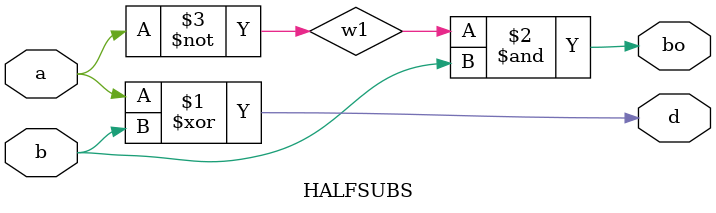
<source format=v>
module HALFSUBS(a,b,d,bo);
input a,b;
output d,bo;
wire w1;
xor g1(d,a,b);
not g2(w1,a);
and g3(bo,w1,b);
endmodule
</source>
